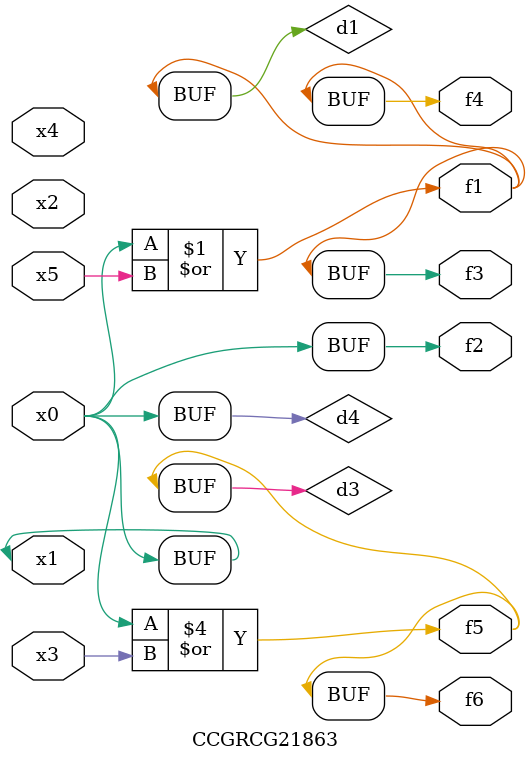
<source format=v>
module CCGRCG21863(
	input x0, x1, x2, x3, x4, x5,
	output f1, f2, f3, f4, f5, f6
);

	wire d1, d2, d3, d4;

	or (d1, x0, x5);
	xnor (d2, x1, x4);
	or (d3, x0, x3);
	buf (d4, x0, x1);
	assign f1 = d1;
	assign f2 = d4;
	assign f3 = d1;
	assign f4 = d1;
	assign f5 = d3;
	assign f6 = d3;
endmodule

</source>
